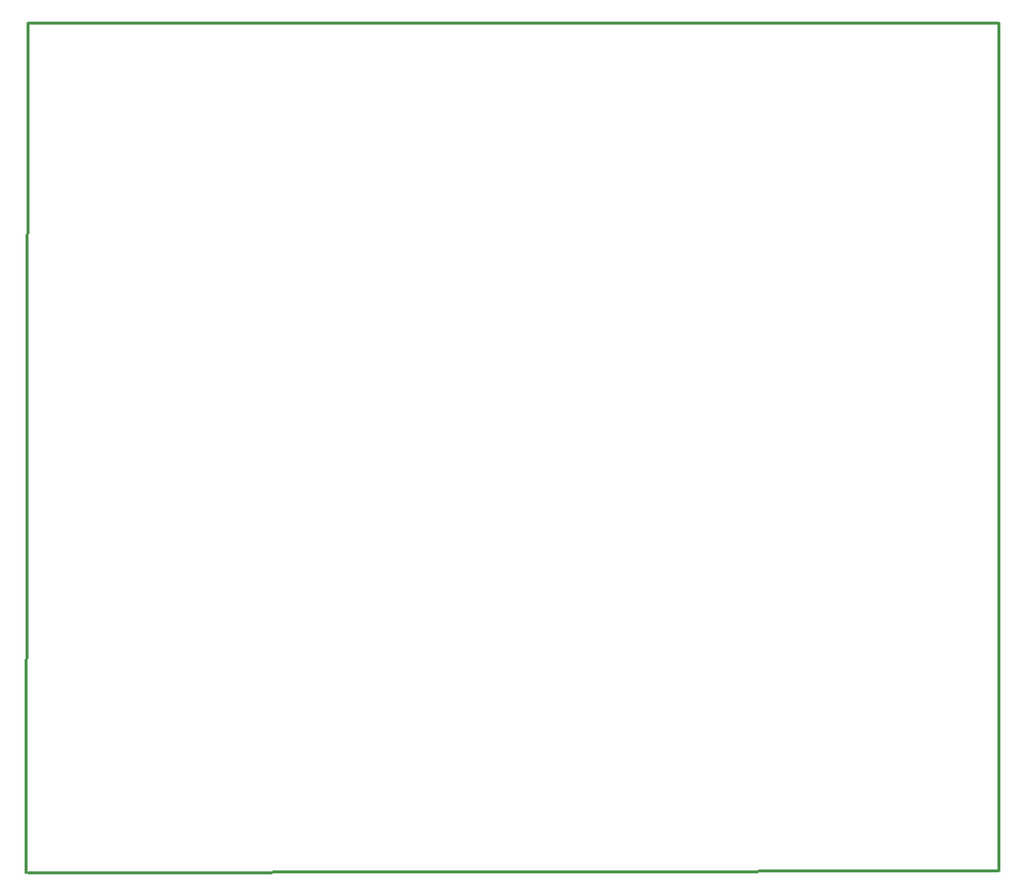
<source format=gko>
G04 Layer: BoardOutline*
G04 EasyEDA v6.4.12, 2020-12-31T12:21:15--5:00*
G04 99fc4708075f4ff381704a5e9c7ef7fe,db09687e621142cba360e7e147da6c3e,10*
G04 Gerber Generator version 0.2*
G04 Scale: 100 percent, Rotated: No, Reflected: No *
G04 Dimensions in millimeters *
G04 leading zeros omitted , absolute positions ,4 integer and 5 decimal *
%FSLAX45Y45*%
%MOMM*%

%ADD10C,0.2540*%
D10*
X0Y0D02*
G01*
X12700Y7315200D01*
X8369300Y7315200D01*
X8369300Y12700D01*
X12700Y0D01*

%LPD*%
M02*

</source>
